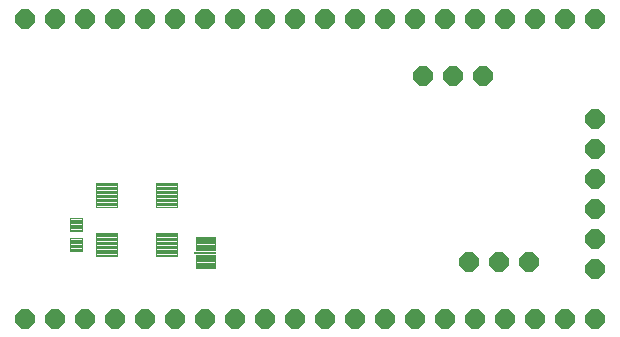
<source format=gbs>
G75*
G70*
%OFA0B0*%
%FSLAX24Y24*%
%IPPOS*%
%LPD*%
%AMOC8*
5,1,8,0,0,1.08239X$1,22.5*
%
%ADD10OC8,0.0640*%
%ADD11C,0.0045*%
%ADD12C,0.0040*%
%ADD13R,0.0720X0.0060*%
%ADD14C,0.0043*%
D10*
X003671Y001161D03*
X004671Y001161D03*
X005671Y001161D03*
X006671Y001161D03*
X007671Y001161D03*
X008671Y001161D03*
X009671Y001161D03*
X010671Y001161D03*
X011671Y001161D03*
X012671Y001161D03*
X013671Y001161D03*
X014671Y001161D03*
X015671Y001161D03*
X016671Y001161D03*
X017671Y001161D03*
X018671Y001161D03*
X019671Y001161D03*
X020671Y001161D03*
X021671Y001161D03*
X022671Y001161D03*
X022671Y002811D03*
X022671Y003811D03*
X022671Y004811D03*
X022671Y005811D03*
X022671Y006811D03*
X022671Y007811D03*
X018921Y009261D03*
X017921Y009261D03*
X016921Y009261D03*
X016671Y011161D03*
X015671Y011161D03*
X014671Y011161D03*
X013671Y011161D03*
X012671Y011161D03*
X011671Y011161D03*
X010671Y011161D03*
X009671Y011161D03*
X008671Y011161D03*
X007671Y011161D03*
X006671Y011161D03*
X005671Y011161D03*
X004671Y011161D03*
X003671Y011161D03*
X017671Y011161D03*
X018671Y011161D03*
X019671Y011161D03*
X020671Y011161D03*
X021671Y011161D03*
X022671Y011161D03*
X020471Y003061D03*
X019471Y003061D03*
X018471Y003061D03*
D11*
X008723Y003243D02*
X008019Y003243D01*
X008019Y004025D01*
X008723Y004025D01*
X008723Y003243D01*
X008723Y003287D02*
X008019Y003287D01*
X008019Y003331D02*
X008723Y003331D01*
X008723Y003375D02*
X008019Y003375D01*
X008019Y003419D02*
X008723Y003419D01*
X008723Y003463D02*
X008019Y003463D01*
X008019Y003507D02*
X008723Y003507D01*
X008723Y003551D02*
X008019Y003551D01*
X008019Y003595D02*
X008723Y003595D01*
X008723Y003639D02*
X008019Y003639D01*
X008019Y003683D02*
X008723Y003683D01*
X008723Y003727D02*
X008019Y003727D01*
X008019Y003771D02*
X008723Y003771D01*
X008723Y003815D02*
X008019Y003815D01*
X008019Y003859D02*
X008723Y003859D01*
X008723Y003903D02*
X008019Y003903D01*
X008019Y003947D02*
X008723Y003947D01*
X008723Y003991D02*
X008019Y003991D01*
X006723Y003243D02*
X006019Y003243D01*
X006019Y004025D01*
X006723Y004025D01*
X006723Y003243D01*
X006723Y003287D02*
X006019Y003287D01*
X006019Y003331D02*
X006723Y003331D01*
X006723Y003375D02*
X006019Y003375D01*
X006019Y003419D02*
X006723Y003419D01*
X006723Y003463D02*
X006019Y003463D01*
X006019Y003507D02*
X006723Y003507D01*
X006723Y003551D02*
X006019Y003551D01*
X006019Y003595D02*
X006723Y003595D01*
X006723Y003639D02*
X006019Y003639D01*
X006019Y003683D02*
X006723Y003683D01*
X006723Y003727D02*
X006019Y003727D01*
X006019Y003771D02*
X006723Y003771D01*
X006723Y003815D02*
X006019Y003815D01*
X006019Y003859D02*
X006723Y003859D01*
X006723Y003903D02*
X006019Y003903D01*
X006019Y003947D02*
X006723Y003947D01*
X006723Y003991D02*
X006019Y003991D01*
X006019Y004897D02*
X006723Y004897D01*
X006019Y004897D02*
X006019Y005679D01*
X006723Y005679D01*
X006723Y004897D01*
X006723Y004941D02*
X006019Y004941D01*
X006019Y004985D02*
X006723Y004985D01*
X006723Y005029D02*
X006019Y005029D01*
X006019Y005073D02*
X006723Y005073D01*
X006723Y005117D02*
X006019Y005117D01*
X006019Y005161D02*
X006723Y005161D01*
X006723Y005205D02*
X006019Y005205D01*
X006019Y005249D02*
X006723Y005249D01*
X006723Y005293D02*
X006019Y005293D01*
X006019Y005337D02*
X006723Y005337D01*
X006723Y005381D02*
X006019Y005381D01*
X006019Y005425D02*
X006723Y005425D01*
X006723Y005469D02*
X006019Y005469D01*
X006019Y005513D02*
X006723Y005513D01*
X006723Y005557D02*
X006019Y005557D01*
X006019Y005601D02*
X006723Y005601D01*
X006723Y005645D02*
X006019Y005645D01*
X008019Y004897D02*
X008723Y004897D01*
X008019Y004897D02*
X008019Y005679D01*
X008723Y005679D01*
X008723Y004897D01*
X008723Y004941D02*
X008019Y004941D01*
X008019Y004985D02*
X008723Y004985D01*
X008723Y005029D02*
X008019Y005029D01*
X008019Y005073D02*
X008723Y005073D01*
X008723Y005117D02*
X008019Y005117D01*
X008019Y005161D02*
X008723Y005161D01*
X008723Y005205D02*
X008019Y005205D01*
X008019Y005249D02*
X008723Y005249D01*
X008723Y005293D02*
X008019Y005293D01*
X008019Y005337D02*
X008723Y005337D01*
X008723Y005381D02*
X008019Y005381D01*
X008019Y005425D02*
X008723Y005425D01*
X008723Y005469D02*
X008019Y005469D01*
X008019Y005513D02*
X008723Y005513D01*
X008723Y005557D02*
X008019Y005557D01*
X008019Y005601D02*
X008723Y005601D01*
X008723Y005645D02*
X008019Y005645D01*
D12*
X009356Y003891D02*
X009356Y003431D01*
X009356Y003891D02*
X009986Y003891D01*
X009986Y003431D01*
X009356Y003431D01*
X009356Y003470D02*
X009986Y003470D01*
X009986Y003509D02*
X009356Y003509D01*
X009356Y003548D02*
X009986Y003548D01*
X009986Y003587D02*
X009356Y003587D01*
X009356Y003626D02*
X009986Y003626D01*
X009986Y003665D02*
X009356Y003665D01*
X009356Y003704D02*
X009986Y003704D01*
X009986Y003743D02*
X009356Y003743D01*
X009356Y003782D02*
X009986Y003782D01*
X009986Y003821D02*
X009356Y003821D01*
X009356Y003860D02*
X009986Y003860D01*
X009356Y003291D02*
X009356Y002831D01*
X009356Y003291D02*
X009986Y003291D01*
X009986Y002831D01*
X009356Y002831D01*
X009356Y002870D02*
X009986Y002870D01*
X009986Y002909D02*
X009356Y002909D01*
X009356Y002948D02*
X009986Y002948D01*
X009986Y002987D02*
X009356Y002987D01*
X009356Y003026D02*
X009986Y003026D01*
X009986Y003065D02*
X009356Y003065D01*
X009356Y003104D02*
X009986Y003104D01*
X009986Y003143D02*
X009356Y003143D01*
X009356Y003182D02*
X009986Y003182D01*
X009986Y003221D02*
X009356Y003221D01*
X009356Y003260D02*
X009986Y003260D01*
D13*
X009671Y003361D03*
D14*
X005567Y003412D02*
X005567Y003842D01*
X005567Y003412D02*
X005175Y003412D01*
X005175Y003842D01*
X005567Y003842D01*
X005567Y003454D02*
X005175Y003454D01*
X005175Y003496D02*
X005567Y003496D01*
X005567Y003538D02*
X005175Y003538D01*
X005175Y003580D02*
X005567Y003580D01*
X005567Y003622D02*
X005175Y003622D01*
X005175Y003664D02*
X005567Y003664D01*
X005567Y003706D02*
X005175Y003706D01*
X005175Y003748D02*
X005567Y003748D01*
X005567Y003790D02*
X005175Y003790D01*
X005175Y003832D02*
X005567Y003832D01*
X005567Y004081D02*
X005567Y004511D01*
X005567Y004081D02*
X005175Y004081D01*
X005175Y004511D01*
X005567Y004511D01*
X005567Y004123D02*
X005175Y004123D01*
X005175Y004165D02*
X005567Y004165D01*
X005567Y004207D02*
X005175Y004207D01*
X005175Y004249D02*
X005567Y004249D01*
X005567Y004291D02*
X005175Y004291D01*
X005175Y004333D02*
X005567Y004333D01*
X005567Y004375D02*
X005175Y004375D01*
X005175Y004417D02*
X005567Y004417D01*
X005567Y004459D02*
X005175Y004459D01*
X005175Y004501D02*
X005567Y004501D01*
M02*

</source>
